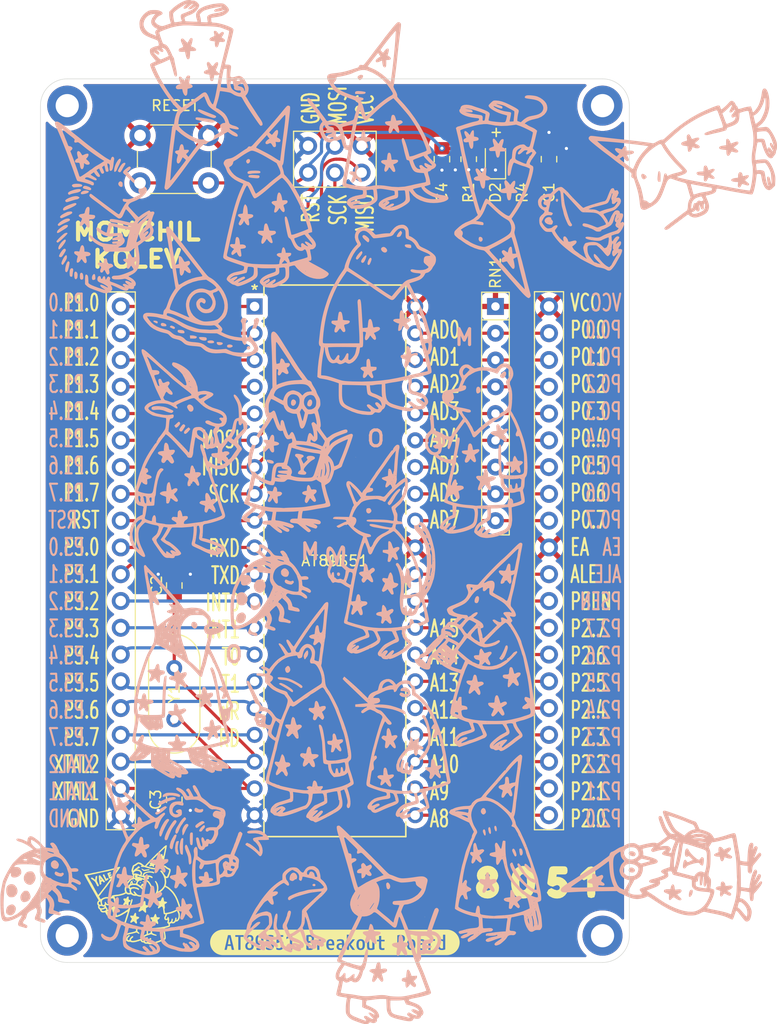
<source format=kicad_pcb>
(kicad_pcb (version 20241229) (generator "pcbnew") (generator_version "9.0")
  (layers (0 "F.Cu" signal) (2 "B.Cu" signal) (13 "F.Paste" user) (15 "B.Paste" user) (5 "F.SilkS" user "F.Silkscreen") (7 "B.SilkS" user "B.Silkscreen") (1 "F.Mask" user) (3 "B.Mask" user) (25 "Edge.Cuts" user))
  (net 0 "")
  (net 1 "GND")
  (net 2 "+5V")
  (net 3 "/XTAL2")
  (net 4 "/XTAL1")
  (net 5 "/(INT0)P3.2")
  (net 6 "/P1.1")
  (net 7 "/(INT1)P3.3")
  (net 8 "/(SCK)P1.7")
  (net 9 "/P1.4")
  (net 10 "/(MISO)P1.6")
  (net 11 "/P1.3")
  (net 12 "/P1.2")
  (net 13 "/RST")
  (net 14 "/(T1)P3.5")
  (net 15 "/(RXD)P3.0")
  (net 16 "/(TXD)P3.1")
  (net 17 "/P1.0")
  (net 18 "/(T0)P3.4")
  (net 19 "/(WR)P3.6")
  (net 20 "/(RD)P3.7")
  (net 21 "/(MOSI)P1.5")
  (net 22 "/P2.3(A11)")
  (net 23 "/P0.2(AD2)")
  (net 24 "/P0.7(AD7)")
  (net 25 "/P0.3(AD3)")
  (net 26 "/P0.4(AD4)")
  (net 27 "/P2.5(A13)")
  (net 28 "/P2.7(A15)")
  (net 29 "/P0.6(AD6)")
  (net 30 "/P2.1(A9)")
  (net 31 "/P2.0(A8)")
  (net 32 "/P0.5(AD5)")
  (net 33 "/P0.1(AD1)")
  (net 34 "/P2.6(A14)")
  (net 35 "/PSEN")
  (net 36 "/P2.4(A12)")
  (net 37 "/P2.2(A10)")
  (net 38 "/ALE{slash}PROG")
  (net 39 "/P0.0(AD0)")
  (net 40 "/LED")
  (footprint "Connector_PinHeader_2.54mm:PinHeader_2x03_P2.54mm_Vertical" (layer "F.Cu") (at 114.3 57.15 -90)
    (property "Reference" "J3" (hide yes))
    (property "Value" "Conn_02x03_Counter_Clockwise")
    (pad "1" thru_hole circle (at 2.54 5.08 270) (size 1.7 1.7) (drill 1) (layers "*.Cu" "*.Mask") (net 13 "/RST"))
    (pad "2" thru_hole circle (at 2.54 2.54 270) (size 1.7 1.7) (drill 1) (layers "*.Cu" "*.Mask") (net 8 "/(SCK)P1.7"))
    (pad "3" thru_hole circle (at 2.54 0 270) (size 1.7 1.7) (drill 1) (layers "*.Cu" "*.Mask") (net 10 "/(MISO)P1.6"))
    (pad "4" thru_hole circle (at 0 0 270) (size 1.7 1.7) (drill 1) (layers "*.Cu" "*.Mask") (net 2 "+5V"))
    (pad "5" thru_hole circle (at 0 2.54 270) (size 1.7 1.7) (drill 1) (layers "*.Cu" "*.Mask") (net 21 "/(MOSI)P1.5"))
    (pad "6" thru_hole circle (at 0 5.08 270) (size 1.7 1.7) (drill 1) (layers "*.Cu" "*.Mask") (net 1 "GND"))
  )
  (footprint "Resistor_SMD:R_0805_2012Metric_Pad1.20x1.40mm_HandSolder" (layer "F.Cu") (at 124.46 58.42 90)
    (property "Reference" "R1" (at -3.175 0 90) (layer "F.SilkS"))
    (property "Value" "10k")
    (pad "1" smd roundrect (at -1 0 90) (size 1.2 1.4) (layers "F.Cu" "F.Mask" "F.Paste") (roundrect_rratio 0.208333) (net 1 "GND"))
    (pad "2" smd roundrect (at 1 0 90) (size 1.2 1.4) (layers "F.Cu" "F.Mask" "F.Paste") (roundrect_rratio 0.208333) (net 13 "/RST"))
  )
  (footprint "Crystal:Crystal_HC49-4H_Vertical" (layer "F.Cu") (at 96.52 106.68 -90)
    (property "Reference" "Y1" (at 2.44 0 270) (layer "F.SilkS"))
    (property "Value" "ABL-11.0592MHZ-B1U-T")
    (pad "1" thru_hole circle (at 0 0 270) (size 1.5 1.5) (drill 0.8) (layers "*.Cu" "*.Mask") (net 3 "/XTAL2"))
    (pad "2" thru_hole circle (at 4.88 0 270) (size 1.5 1.5) (drill 0.8) (layers "*.Cu" "*.Mask") (net 4 "/XTAL1"))
  )
  (footprint "MountingHole:MountingHole_2.2mm_M2_DIN965_Pad" (layer "F.Cu") (at 137.16 53.34)
    (property "Reference" "H2" (hide yes))
    (property "Value" "MountingHole")
    (pad "1" thru_hole circle (at 0 0) (size 3.8 3.8) (drill 2.2) (layers "*.Cu" "*.Mask"))
  )
  (footprint "Resistor_THT:R_Array_SIP9" (layer "F.Cu") (at 127 72.39 -90)
    (property "Reference" "RN1" (at -3.175 0 270) (layer "F.SilkS"))
    (property "Value" "R_Network08_US")
    (pad "1" thru_hole rect (at 0 0 270) (size 1.6 1.6) (drill 0.8) (layers "*.Cu" "*.Mask") (net 2 "+5V"))
    (pad "2" thru_hole circle (at 2.54 0 270) (size 1.6 1.6) (drill 0.8) (layers "*.Cu" "*.Mask") (net 39 "/P0.0(AD0)"))
    (pad "3" thru_hole circle (at 5.08 0 270) (size 1.6 1.6) (drill 0.8) (layers "*.Cu" "*.Mask") (net 33 "/P0.1(AD1)"))
    (pad "4" thru_hole circle (at 7.62 0 270) (size 1.6 1.6) (drill 0.8) (layers "*.Cu" "*.Mask") (net 23 "/P0.2(AD2)"))
    (pad "5" thru_hole circle (at 10.16 0 270) (size 1.6 1.6) (drill 0.8) (layers "*.Cu" "*.Mask") (net 25 "/P0.3(AD3)"))
    (pad "6" thru_hole circle (at 12.7 0 270) (size 1.6 1.6) (drill 0.8) (layers "*.Cu" "*.Mask") (net 26 "/P0.4(AD4)"))
    (pad "7" thru_hole circle (at 15.24 0 270) (size 1.6 1.6) (drill 0.8) (layers "*.Cu" "*.Mask") (net 32 "/P0.5(AD5)"))
    (pad "8" thru_hole circle (at 17.78 0 270) (size 1.6 1.6) (drill 0.8) (layers "*.Cu" "*.Mask") (net 29 "/P0.6(AD6)"))
    (pad "9" thru_hole circle (at 20.32 0 270) (size 1.6 1.6) (drill 0.8) (layers "*.Cu" "*.Mask") (net 24 "/P0.7(AD7)"))
  )
  (footprint "Connector_PinHeader_2.54mm:PinHeader_1x20_P2.54mm_Vertical" (layer "F.Cu") (at 132.08 72.39)
    (property "Reference" "J2" (hide yes))
    (property "Value" "Conn_01x20")
    (pad "1" thru_hole circle (at 0 0) (size 1.7 1.7) (drill 1) (layers "*.Cu" "*.Mask") (net 2 "+5V"))
    (pad "2" thru_hole circle (at 0 2.54) (size 1.7 1.7) (drill 1) (layers "*.Cu" "*.Mask") (net 39 "/P0.0(AD0)"))
    (pad "3" thru_hole circle (at 0 5.08) (size 1.7 1.7) (drill 1) (layers "*.Cu" "*.Mask") (net 33 "/P0.1(AD1)"))
    (pad "4" thru_hole circle (at 0 7.62) (size 1.7 1.7) (drill 1) (layers "*.Cu" "*.Mask") (net 23 "/P0.2(AD2)"))
    (pad "5" thru_hole circle (at 0 10.16) (size 1.7 1.7) (drill 1) (layers "*.Cu" "*.Mask") (net 25 "/P0.3(AD3)"))
    (pad "6" thru_hole circle (at 0 12.7) (size 1.7 1.7) (drill 1) (layers "*.Cu" "*.Mask") (net 26 "/P0.4(AD4)"))
    (pad "7" thru_hole circle (at 0 15.24) (size 1.7 1.7) (drill 1) (layers "*.Cu" "*.Mask") (net 32 "/P0.5(AD5)"))
    (pad "8" thru_hole circle (at 0 17.78) (size 1.7 1.7) (drill 1) (layers "*.Cu" "*.Mask") (net 29 "/P0.6(AD6)"))
    (pad "9" thru_hole circle (at 0 20.32) (size 1.7 1.7) (drill 1) (layers "*.Cu" "*.Mask") (net 24 "/P0.7(AD7)"))
    (pad "10" thru_hole circle (at 0 22.86) (size 1.7 1.7) (drill 1) (layers "*.Cu" "*.Mask") (net 2 "+5V"))
    (pad "11" thru_hole circle (at 0 25.4) (size 1.7 1.7) (drill 1) (layers "*.Cu" "*.Mask") (net 38 "/ALE{slash}PROG"))
    (pad "12" thru_hole circle (at 0 27.94) (size 1.7 1.7) (drill 1) (layers "*.Cu" "*.Mask") (net 35 "/PSEN"))
    (pad "13" thru_hole circle (at 0 30.48) (size 1.7 1.7) (drill 1) (layers "*.Cu" "*.Mask") (net 28 "/P2.7(A15)"))
    (pad "14" thru_hole circle (at 0 33.02) (size 1.7 1.7) (drill 1) (layers "*.Cu" "*.Mask") (net 34 "/P2.6(A14)"))
    (pad "15" thru_hole circle (at 0 35.56) (size 1.7 1.7) (drill 1) (layers "*.Cu" "*.Mask") (net 27 "/P2.5(A13)"))
    (pad "16" thru_hole circle (at 0 38.1) (size 1.7 1.7) (drill 1) (layers "*.Cu" "*.Mask") (net 36 "/P2.4(A12)"))
    (pad "17" thru_hole circle (at 0 40.64) (size 1.7 1.7) (drill 1) (layers "*.Cu" "*.Mask") (net 22 "/P2.3(A11)"))
    (pad "18" thru_hole circle (at 0 43.18) (size 1.7 1.7) (drill 1) (layers "*.Cu" "*.Mask") (net 37 "/P2.2(A10)"))
    (pad "19" thru_hole circle (at 0 45.72) (size 1.7 1.7) (drill 1) (layers "*.Cu" "*.Mask") (net 30 "/P2.1(A9)"))
    (pad "20" thru_hole circle (at 0 48.26) (size 1.7 1.7) (drill 1) (layers "*.Cu" "*.Mask") (net 31 "/P2.0(A8)"))
  )
  (footprint "MountingHole:MountingHole_2.2mm_M2_DIN965_Pad" (layer "F.Cu") (at 86.36 132.08)
    (property "Reference" "H3" (hide yes))
    (property "Value" "MountingHole")
    (pad "1" thru_hole circle (at 0 0) (size 3.8 3.8) (drill 2.2) (layers "*.Cu" "*.Mask"))
  )
  (footprint "MountingHole:MountingHole_2.2mm_M2_DIN965_Pad" (layer "F.Cu") (at 137.16 132.08)
    (property "Reference" "H4" (hide yes))
    (property "Value" "MountingHole")
    (pad "1" thru_hole circle (at 0 0) (size 3.8 3.8) (drill 2.2) (layers "*.Cu" "*.Mask"))
  )
  (footprint "kibuzzard-68D5FACE" (layer "F.Cu") (at 130.81 127)
    (property "Reference" "kibuzzard-68D5FACE" (hide yes))
    (property "Value" "G***" (hide yes))
  )
  (footprint "Capacitor_SMD:C_0805_2012Metric_Pad1.18x1.45mm_HandSolder" (layer "F.Cu") (at 121.92 58.42 -90)
    (property "Reference" "C4" (at 3.175 0 90) (layer "F.SilkS"))
    (property "Value" "10u")
    (pad "1" smd roundrect (at -1.0375 0 270) (size 1.175 1.45) (layers "F.Cu" "F.Mask" "F.Paste") (roundrect_rratio 0.212766) (net 13 "/RST"))
    (pad "2" smd roundrect (at 1.0375 0 270) (size 1.175 1.45) (layers "F.Cu" "F.Mask" "F.Paste") (roundrect_rratio 0.212766) (net 1 "GND"))
  )
  (footprint "Capacitor_SMD:C_0805_2012Metric_Pad1.18x1.45mm_HandSolder" (layer "F.Cu") (at 132.08 58.42 90)
    (property "Reference" "C1" (at -3.175 0 90) (layer "F.SilkS"))
    (property "Value" "0.1uF")
    (pad "1" smd roundrect (at -1.0375 0 90) (size 1.175 1.45) (layers "F.Cu" "F.Mask" "F.Paste") (roundrect_rratio 0.212766) (net 2 "+5V"))
    (pad "2" smd roundrect (at 1.0375 0 90) (size 1.175 1.45) (layers "F.Cu" "F.Mask" "F.Paste") (roundrect_rratio 0.212766) (net 1 "GND"))
  )
  (footprint "LED_SMD:LED_0805_2012Metric_Pad1.15x1.40mm_HandSolder" (layer "F.Cu") (at 127 58.42 90)
    (property "Reference" "D2" (at -3.175 0 90) (layer "F.SilkS"))
    (property "Value" "LED")
    (pad "1" smd roundrect (at -1.025 0 90) (size 1.15 1.4) (layers "F.Cu" "F.Mask" "F.Paste") (roundrect_rratio 0.217391) (net 1 "GND"))
    (pad "2" smd roundrect (at 1.025 0 90) (size 1.15 1.4) (layers "F.Cu" "F.Mask" "F.Paste") (roundrect_rratio 0.217391) (net 40 "/LED"))
  )
  (footprint "kibuzzard-68D5B3C4" (layer "F.Cu") (at 111.76 132.715)
    (property "Reference" "kibuzzard-68D5B3C4" (hide yes))
    (property "Value" "G***" (hide yes))
  )
  (footprint "LOGO" (layer "F.Cu") (at 92.71 128.27)
    (property "Reference" "G***" (hide yes))
    (property "Value" "LOGO" (hide yes))
  )
  (footprint "MountingHole:MountingHole_2.2mm_M2_DIN965_Pad" (layer "F.Cu") (at 86.36 53.34)
    (property "Reference" "H1" (hide yes))
    (property "Value" "MountingHole")
    (pad "1" thru_hole circle (at 0 0) (size 3.8 3.8) (drill 2.2) (layers "*.Cu" "*.Mask"))
  )
  (footprint "Connector_PinHeader_2.54mm:PinHeader_1x20_P2.54mm_Vertical" (layer "F.Cu") (at 91.44 72.39)
    (property "Reference" "J1" (hide yes))
    (property "Value" "Conn_01x20")
    (pad "1" thru_hole circle (at 0 0) (size 1.7 1.7) (drill 1) (layers "*.Cu" "*.Mask") (net 17 "/P1.0"))
    (pad "2" thru_hole circle (at 0 2.54) (size 1.7 1.7) (drill 1) (layers "*.Cu" "*.Mask") (net 6 "/P1.1"))
    (pad "3" thru_hole circle (at 0 5.08) (size 1.7 1.7) (drill 1) (layers "*.Cu" "*.Mask") (net 12 "/P1.2"))
    (pad "4" thru_hole circle (at 0 7.62) (size 1.7 1.7) (drill 1) (layers "*.Cu" "*.Mask") (net 11 "/P1.3"))
    (pad "5" thru_hole circle (at 0 10.16) (size 1.7 1.7) (drill 1) (layers "*.Cu" "*.Mask") (net 9 "/P1.4"))
    (pad "6" thru_hole circle (at 0 12.7) (size 1.7 1.7) (drill 1) (layers "*.Cu" "*.Mask") (net 21 "/(MOSI)P1.5"))
    (pad "7" thru_hole circle (at 0 15.24) (size 1.7 1.7) (drill 1) (layers "*.Cu" "*.Mask") (net 10 "/(MISO)P1.6"))
    (pad "8" thru_hole circle (at 0 17.78) (size 1.7 1.7) (drill 1) (layers "*.Cu" "*.Mask") (net 8 "/(SCK)P1.7"))
    (pad "9" thru_hole circle (at 0 20.32) (size 1.7 1.7) (drill 1) (layers "*.Cu" "*.Mask") (net 13 "/RST"))
    (pad "10" thru_hole circle (at 0 22.86) (size 1.7 1.7) (drill 1) (layers "*.Cu" "*.Mask") (net 15 "/(RXD)P3.0"))
    (pad "11" thru_hole circle (at 0 25.4) (size 1.7 1.7) (drill 1) (layers "*.Cu" "*.Mask") (net 16 "/(TXD)P3.1"))
    (pad "12" thru_hole circle (at 0 27.94) (size 1.7 1.7) (drill 1) (layers "*.Cu" "*.Mask") (net 5 "/(INT0)P3.2"))
    (pad "13" thru_hole circle (at 0 30.48) (size 1.7 1.7) (drill 1) (layers "*.Cu" "*.Mask") (net 7 "/(INT1)P3.3"))
    (pad "14" thru_hole circle (at 0 33.02) (size 1.7 1.7) (drill 1) (layers "*.Cu" "*.Mask") (net 18 "/(T0)P3.4"))
    (pad "15" thru_hole circle (at 0 35.56) (size 1.7 1.7) (drill 1) (layers "*.Cu" "*.Mask") (net 14 "/(T1)P3.5"))
    (pad "16" thru_hole circle (at 0 38.1) (size 1.7 1.7) (drill 1) (layers "*.Cu" "*.Mask") (net 19 "/(WR)P3.6"))
    (pad "17" thru_hole circle (at 0 40.64) (size 1.7 1.7) (drill 1) (layers "*.Cu" "*.Mask") (net 20 "/(RD)P3.7"))
    (pad "18" thru_hole circle (at 0 43.18) (size 1.7 1.7) (drill 1) (layers "*.Cu" "*.Mask") (net 3 "/XTAL2"))
    (pad "19" thru_hole circle (at 0 45.72) (size 1.7 1.7) (drill 1) (layers "*.Cu" "*.Mask") (net 4 "/XTAL1"))
    (pad "20" thru_hole circle (at 0 48.26) (size 1.7 1.7) (drill 1) (layers "*.Cu" "*.Mask") (net 1 "GND"))
  )
  (footprint "Capacitor_SMD:C_0805_2012Metric_Pad1.18x1.45mm_HandSolder" (layer "F.Cu") (at 96.52 119.18 -90)
    (property "Reference" "C3" (at 0 1.7526 90) (layer "F.SilkS"))
    (property "Value" "30pF")
    (pad "1" smd roundrect (at -1.0375 0 270) (size 1.175 1.45) (layers "F.Cu" "F.Mask" "F.Paste") (roundrect_rratio 0.212766) (net 4 "/XTAL1"))
    (pad "2" smd roundrect (at 1.0375 0 270) (size 1.175 1.45) (layers "F.Cu" "F.Mask" "F.Paste") (roundrect_rratio 0.212766) (net 1 "GND"))
  )
  (footprint "Button_Switch_THT:SW_PUSH_6mm_H7.3mm" (layer "F.Cu") (at 93.27 56.17)
    (property "Reference" "SW1" (hide yes))
    (property "Value" "SW_Push_Dual")
    (pad "1" thru_hole circle (at 0 0 90) (size 2 2) (drill 1.1) (layers "*.Cu" "*.Mask") (net 2 "+5V"))
    (pad "1" thru_hole circle (at 6.5 0 90) (size 2 2) (drill 1.1) (layers "*.Cu" "*.Mask") (net 2 "+5V"))
    (pad "2" thru_hole circle (at 0 4.5 90) (size 2 2) (drill 1.1) (layers "*.Cu" "*.Mask") (net 13 "/RST"))
    (pad "2" thru_hole circle (at 6.5 4.5 90) (size 2 2) (drill 1.1) (layers "*.Cu" "*.Mask") (net 13 "/RST"))
  )
  (footprint "Resistor_SMD:R_0805_2012Metric_Pad1.20x1.40mm_HandSolder" (layer "F.Cu") (at 129.54 58.42 90)
    (property "Reference" "R4" (at -3.175 0 90) (layer "F.SilkS"))
    (property "Value" "220")
    (pad "1" smd roundrect (at -1 0 90) (size 1.2 1.4) (layers "F.Cu" "F.Mask" "F.Paste") (roundrect_rratio 0.208333) (net 2 "+5V"))
    (pad "2" smd roundrect (at 1 0 90) (size 1.2 1.4) (layers "F.Cu" "F.Mask" "F.Paste") (roundrect_rratio 0.208333) (net 40 "/LED"))
  )
  (footprint "imports:40P6_ATM" (layer "F.Cu") (at 104.14 72.39)
    (property "Reference" "U1" (at 7.62 24.13 0) (layer "F.SilkS"))
    (property "Value" "AT89S51-24PU")
    (fp_text user "*" (at 0 -1.524 0) (layer "F.SilkS"))
    (fp_text user "*" (at 0 -1.524 0) (layer "F.SilkS"))
    (pad "1" thru_hole rect (at 0 0) (size 1.524 1.524) (drill 0.9) (layers "*.Cu" "*.Mask") (net 17 "/P1.0"))
    (pad "2" thru_hole circle (at 0 2.54) (size 1.524 1.524) (drill 0.9) (layers "*.Cu" "*.Mask") (net 6 "/P1.1"))
    (pad "3" thru_hole circle (at 0 5.08) (size 1.524 1.524) (drill 0.9) (layers "*.Cu" "*.Mask") (net 12 "/P1.2"))
    (pad "4" thru_hole circle (at 0 7.62) (size 1.524 1.524) (drill 0.9) (layers "*.Cu" "*.Mask") (net 11 "/P1.3"))
    (pad "5" thru_hole circle (at 0 10.16) (size 1.524 1.524) (drill 0.9) (layers "*.Cu" "*.Mask") (net 9 "/P1.4"))
    (pad "6" thru_hole circle (at 0 12.7) (size 1.524 1.524) (drill 0.9) (layers "*.Cu" "*.Mask") (net 21 "/(MOSI)P1.5"))
    (pad "7" thru_hole circle (at 0 15.24) (size 1.524 1.524) (drill 0.9) (layers "*.Cu" "*.Mask") (net 10 "/(MISO)P1.6"))
    (pad "8" thru_hole circle (at 0 17.78) (size 1.524 1.524) (drill 0.9) (layers "*.Cu" "*.Mask") (net 8 "/(SCK)P1.7"))
    (pad "9" thru_hole circle (at 0 20.32) (size 1.524 1.524) (drill 0.9) (layers "*.Cu" "*.Mask") (net 13 "/RST"))
    (pad "10" thru_hole circle (at 0 22.86) (size 1.524 1.524) (drill 0.9) (layers "*.Cu" "*.Mask") (net 15 "/(RXD)P3.0"))
    (pad "11" thru_hole circle (at 0 25.4) (size 1.524 1.524) (drill 0.9) (layers "*.Cu" "*.Mask") (net 16 "/(TXD)P3.1"))
    (pad "12" thru_hole circle (at 0 27.94) (size 1.524 1.524) (drill 0.9) (layers "*.Cu" "*.Mask") (net 5 "/(INT0)P3.2"))
    (pad "13" thru_hole circle (at 0 30.48) (size 1.524 1.524) (drill 0.9) (layers "*.Cu" "*.Mask") (net 7 "/(INT1)P3.3"))
    (pad "14" thru_hole circle (at 0 33.02) (size 1.524 1.524) (drill 0.9) (layers "*.Cu" "*.Mask") (net 18 "/(T0)P3.4"))
    (pad "15" thru_hole circle (at 0 35.56) (size 1.524 1.524) (drill 0.9) (layers "*.Cu" "*.Mask") (net 14 "/(T1)P3.5"))
    (pad "16" thru_hole circle (at 0 38.1) (size 1.524 1.524) (drill 0.9) (layers "*.Cu" "*.Mask") (net 19 "/(WR)P3.6"))
    (pad "17" thru_hole circle (at 0 40.64) (size 1.524 1.524) (drill 0.9) (layers "*.Cu" "*.Mask") (net 20 "/(RD)P3.7"))
    (pad "18" thru_hole circle (at 0 43.18) (size 1.524 1.524) (drill 0.9) (layers "*.Cu" "*.Mask") (net 3 "/XTAL2"))
    (pad "19" thru_hole circle (at 0 45.72) (size 1.524 1.524) (drill 0.9) (layers "*.Cu" "*.Mask") (net 4 "/XTAL1"))
    (pad "20" thru_hole circle (at 0 48.26) (size 1.524 1.524) (drill 0.9) (layers "*.Cu" "*.Mask") (net 1 "GND"))
    (pad "21" thru_hole circle (at 15.24 48.26) (size 1.524 1.524) (drill 0.9) (layers "*.Cu" "*.Mask") (net 31 "/P2.0(A8)"))
    (pad "22" thru_hole circle (at 15.24 45.72) (size 1.524 1.524) (drill 0.9) (layers "*.Cu" "*.Mask") (net 30 "/P2.1(A9)"))
    (pad "23" thru_hole circle (at 15.24 43.18) (size 1.524 1.524) (drill 0.9) (layers "*.Cu" "*.Mask") (net 37 "/P2.2(A10)"))
    (pad "24" thru_hole circle (at 15.24 40.64) (size 1.524 1.524) (drill 0.9) (layers "*.Cu" "*.Mask") (net 22 "/P2.3(A11)"))
    (pad "25" thru_hole circle (at 15.24 38.1) (size 1.524 1.524) (drill 0.9) (layers "*.Cu" "*.Mask") (net 36 "/P2.4(A12)"))
    (pad "26" thru_hole circle (at 15.24 35.56) (size 1.524 1.524) (drill 0.9) (layers "*.Cu" "*.Mask") (net 27 "/P2.5(A13)"))
    (pad "27" thru_hole circle (at 15.24 33.02) (size 1.524 1.524) (drill 0.9) (layers "*.Cu" "*.Mask") (net 34 "/P2.6(A14)"))
    (pad "28" thru_hole circle (at 15.24 30.48) (size 1.524 1.524) (drill 0.9) (layers "*.Cu" "*.Mask") (net 28 "/P2.7(A15)"))
    (pad "29" thru_hole circle (at 15.24 27.94) (size 1.524 1.524) (drill 0.9) (layers "*.Cu" "*.Mask") (net 35 "/PSEN"))
    (pad "30" thru_hole circle (at 15.24 25.4) (size 1.524 1.524) (drill 0.9) (layers "*.Cu" "*.Mask") (net 38 "/ALE{slash}PROG"))
    (pad "31" thru_hole circle (at 15.24 22.86) (size 1.524 1.524) (drill 0.9) (layers "*.Cu" "*.Mask") (net 2 "+5V"))
    (pad "32" thru_hole circle (at 15.24 20.32) (size 1.524 1.524) (drill 0.9) (layers "*.Cu" "*.Mask") (net 24 "/P0.7(AD7)"))
    (pad "33" thru_hole circle (at 15.24 17.78) (size 1.524 1.524) (drill 0.9) (layers "*.Cu" "*.Mask") (net 29 "/P0.6(AD6)"))
    (pad "34" thru_hole circle (at 15.24 15.24) (size 1.524 1.524) (drill 0.9) (layers "*.Cu" "*.Mask") (net 32 "/P0.5(AD5)"))
    (pad "35" thru_hole circle (at 15.24 12.7) (size 1.524 1.524) (drill 0.8128) (layers "*.Cu" "*.Mask") (net 26 "/P0.4(AD4)"))
    (pad "36" thru_hole circle (at 15.24 10.16) (size 1.524 1.524) (drill 0.9) (layers "*.Cu" "*.Mask") (net 25 "/P0.3(AD3)"))
    (pad "37" thru_hole circle (at 15.24 7.62) (size 1.524 1.524) (drill 0.9) (layers "*.Cu" "*.Mask") (net 23 "/P0.2(AD2)"))
    (pad "38" thru_hole circle (at 15.24 5.08) (size 1.524 1.524) (drill 0.9) (layers "*.Cu" "*.Mask") (net 33 "/P0.1(AD1)"))
    (pad "39" thru_hole circle (at 15.24 2.54) (size 1.524 1.524) (drill 0.9) (layers "*.Cu" "*.Mask") (net 39 "/P0.0(AD0)"))
    (pad "40" thru_hole circle (at 15.24 0) (size 1.524 1.524) (drill 0.9) (layers "*.Cu" "*.Mask") (net 2 "+5V"))
  )
  (footprint "Capacitor_SMD:C_0805_2012Metric_Pad1.18x1.45mm_HandSolder" (layer "F.Cu") (at 96.52 98.86 90)
    (property "Reference" "C2" (at 0 -1.68 90) (layer "F.SilkS"))
    (property "Value" "30pF")
    (pad "1" smd roundrect (at -1.0375 0 90) (size 1.175 1.45) (layers "F.Cu" "F.Mask" "F.Paste") (roundrect_rratio 0.212766) (net 3 "/XTAL2"))
    (pad "2" smd roundrect (at 1.0375 0 90) (size 1.175 1.45) (layers "F.Cu" "F.Mask" "F.Paste") (roundrect_rratio 0.212766) (net 1 "GND"))
  )
  (footprint "clipboard:b3f230c9-10c0-4d2b-a50d-c1d3223b5fd3" (layer "B.Cu") (at 91.413467 58.383291 180)
    (property "Reference" "" (at 0 0 0) (layer "B.SilkS") (effects (font (size 1.27 1.27)) (justify mirror)))
    (property "Value" "")
  )
  (footprint "clipboard:b4713e84-af34-4575-aedb-29b788b1340b" (layer "B.Cu") (at 153.038309 61.348481 -90)
    (property "Reference" "" (at 0 0 90) (layer "B.SilkS") (effects (font (size 1.27 1.27)) (justify mirror)))
    (property "Value" "")
  )
  (footprint "clipboard:d386838b-1032-4213-a0d3-9db035365056" (layer "B.Cu") (at 120.094351 139.586281 180)
    (property "Reference" "" (at 0 0 0) (layer "B.SilkS") (effects (font (size 1.27 1.27)) (justify mirror)))
    (property "Value" "")
  )
  (footprint "clipboard:63c00108-0446-4b83-a5cd-419c989de34f" (layer "B.Cu") (at 80.230816 130.596775 180)
    (property "Reference" "" (at 0 0 0) (layer "B.SilkS") (effects (font (size 1.27 1.27)) (justify mirror)))
    (property "Value" "")
  )
  (footprint "clipboard:5b28d9ec-89ab-48fd-9efa-5624283c358b" (layer "B.Cu") (at 124.038179 53.269992)
    (property "Reference" "" (at 0 0 0) (layer "B.SilkS") (effects (font (size 1.27 1.27)) (justify mirror)))
    (property "Value" "")
  )
  (footprint "clipboard:62ec4081-8ac1-45e2-9960-4b9c9dfd804b" (layer "B.Cu") (at 107.611747 77.086161 180)
    (property "Reference" "" (at 0 0 0) (layer "B.SilkS") (effects (font (size 1.27 1.27)) (justify mirror)))
    (property "Value" "")
  )
  (footprint "clipboard:13cca798-ea0b-493d-bdc4-b2d1531b002e" (layer "B.Cu") (at 123.312877 129.637729 180)
    (property "Reference" "" (at 0 0 0) (layer "B.SilkS") (effects (font (size 1.27 1.27)) (justify mirror)))
    (property "Value" "")
  )
  (footprint "clipboard:13b4419b-8654-49d9-8ec1-5027561bad04" (layer "B.Cu") (at 103.016361 77.170149 180)
    (property "Reference" "" (at 0 0 0) (layer "B.SilkS") (effects (font (size 1.27 1.27)) (justify mirror)))
    (property "Value" "")
  )
  (footprint "clipboard:dc2016ff-9d75-4c92-a41a-f960c426ace3" (layer "B.Cu") (at 101.673826 44.136658)
    (property "Reference" "" (at 0 0 0) (layer "B.SilkS") (effects (font (size 1.27 1.27)) (justify mirror)))
    (property "Value" "")
  )
  (footprint "clipboard:b4713e84-af34-4575-aedb-29b788b1340b" (layer "B.Cu") (at 112.895519 62.614309 180)
    (property "Reference" "" (at 0 0 0) (layer "B.SilkS") (effects (font (size 1.27 1.27)) (justify mirror)))
    (property "Value" "")
  )
  (footprint "LOGO" (layer "B.Cu") (at 111.252 105.156 180)
    (property "Reference" "G***" (hide yes))
    (property "Value" "LOGO" (hide yes))
  )
  (footprint "clipboard:a52bedb4-97ff-4e76-972c-cf4dcddbd37b" (layer "B.Cu") (at 104.090745 123.663931 180)
    (property "Reference" "" (at 0 0 0) (layer "B.SilkS") (effects (font (size 1.27 1.27)) (justify mirror)))
    (property "Value" "")
  )
  (footprint "clipboard:67966e1b-97d9-4a56-a0fe-5229392e6668" (layer "B.Cu") (at 121.304185 67.644977 180)
    (property "Reference" "" (at 0 0 0) (layer "B.SilkS") (effects (font (size 1.27 1.27)) (justify mirror)))
    (property "Value" "")
  )
  (footprint "clipboard:aac07f4e-c2d1-4b1e-b003-b98e1c51be95" (layer "B.Cu") (at 107.214748 56.166948 180)
    (property "Reference" "" (at 0 0 0) (layer "B.SilkS") (effects (font (size 1.27 1.27)) (justify mirror)))
    (property "Value" "")
  )
  (footprint "clipboard:3740d66f-e0a3-4d38-9639-7d3d28e194a3" (layer "B.Cu") (at 138.644078 61.456043 -90)
    (property "Reference" "" (at 0 0 90) (layer "B.SilkS") (effects (font (size 1.27 1.27)) (justify mirror)))
    (property "Value" "")
  )
  (footprint "clipboard:62ec4081-8ac1-45e2-9960-4b9c9dfd804b" (layer "B.Cu") (at 135.506161 126.068254 -90)
    (property "Reference" "" (at 0 0 90) (layer "B.SilkS") (effects (font (size 1.27 1.27)) (justify mirror)))
    (property "Value" "")
  )
  (gr_line (start 86.36 50.8) (end 137.16 50.8) (stroke (width 0.05)) (layer "Edge.Cuts"))
  (gr_line (start 83.82 132.08) (end 83.82 53.34) (stroke (width 0.05)) (layer "Edge.Cuts"))
  (gr_arc (start 86.36 134.62) (mid 84.563949 133.876051) (end 83.82 132.08) (stroke (width 0.05)) (layer "Edge.Cuts"))
  (gr_arc (start 139.7 132.08) (mid 138.956051 133.876051) (end 137.16 134.62) (stroke (width 0.05)) (layer "Edge.Cuts"))
  (gr_line (start 86.36 134.62) (end 137.16 134.62) (stroke (width 0.05)) (layer "Edge.Cuts"))
  (gr_line (start 139.7 53.34) (end 139.7 132.08) (stroke (width 0.05)) (layer "Edge.Cuts"))
  (gr_arc (start 137.16 50.8) (mid 138.956051 51.543949) (end 139.7 53.34) (stroke (width 0.05)) (layer "Edge.Cuts"))
  (gr_arc (start 83.82 53.34) (mid 84.563949 51.543949) (end 86.36 50.8) (stroke (width 0.05)) (layer "Edge.Cuts"))
  (gr_text " \n \n \n \n \nMOSI\nMISO\nSCK\n\nRXD\nTXD\nINT0\nINT1\nT0\nT1\nWR\nRD" (at 102.87 114.3 0) (layer "F.SilkS") (effects (font (size 1.6 1) (thickness 0.2) (bold yes)) (justify right bottom)))
  (gr_text "MOMCHIL\nKOLEV" (at 92.964 68.834 0) (layer "F.SilkS") (effects (font (size 1.6 1.8) (thickness 0.4) (bold yes)) (justify bottom)))
  (gr_text "RST\nSCK\nMISO" (at 115.57 61.595 90) (layer "F.SilkS") (effects (font (size 1.6 1) (thickness 0.2) (bold yes)) (justify right bottom)))
  (gr_text "+" (at 127 55.88 90) (layer "F.SilkS") (effects (font (size 1 1))))
  (gr_text "AT89S51" (at 111.76 96.52 0) (layer "F.SilkS") (effects (font (size 1 1))))
  (gr_text "\nAD0\nAD1\nAD2\nAD3\nAD4\nAD5\nAD6\nAD7\n\n\n\nA15\nA14\nA13\nA12\nA11\nA10\nA9\nA8" (at 120.65 121.92 0) (layer "F.SilkS") (effects (font (size 1.6 1) (thickness 0.2) (bold yes)) (justify left bottom)))
  (gr_text "P1.0\nP1.1\nP1.2\nP1.3\nP1.4\nP1.5\nP1.6\nP1.7\nRST\nP3.0\nP3.1\nP3.2\nP3.3\nP3.4\nP3.5\nP3.6\nP3.7\nXTAL2\nXTAL1\nGND" (at 89.535 121.92 0) (layer "F.SilkS") (effects (font (size 1.6 1) (thickness 0.2) (bold yes)) (justify right bottom)))
  (gr_text "VCC\nP0.0\nP0.1\nP0.2\nP0.3\nP0.4\nP0.5\nP0.6\nP0.7\nEA\nALE\nPSEN\nP2.7\nP2.6\nP2.5\nP2.4\nP2.3\nP2.2\nP2.1\nP2.0" (at 133.985 121.92 0) (layer "F.SilkS") (effects (font (size 1.6 1) (thickness 0.2) (bold yes)) (justify left bottom)))
  (gr_text "RESET" (at 96.595 53.34 0) (layer "F.SilkS") (effects (font (size 1 1))))
  (gr_text "GND\nMOSI\nVCC" (at 115.57 55.245 90) (layer "F.SilkS") (effects (font (size 1.6 1) (thickness 0.2) (bold yes)) (justify left bottom)))
  (gr_text "M" (at 122.9868 76.2 0) (layer "B.SilkS") (effects (font (size 1.5 1.5) (thickness 0.3) (bold yes)) (justify left bottom)))
  (gr_text "O" (at 101.1936 106.2736 0) (layer "B.SilkS") (effects (font (size 1.5 1.5) (thickness 0.3) (bold yes)) (justify left bottom)))
  (gr_text "O" (at 114.6556 85.8012 0) (layer "B.SilkS") (effects (font (size 1.5 1.5) (thickness 0.3) (bold yes)) (justify left bottom)))
  (gr_text "P1.0\nP1.1\nP1.2\nP1.3\nP1.4\nP1.5\nP1.6\nP1.7\nRST\nP3.0\nP3.1\nP3.2\nP3.3\nP3.4\nP3.5\nP3.6\nP3.7\nXTAL2\nXTAL1\nGND" (at 84.455 121.92 0) (layer "B.SilkS") (effects (font (size 1.6 1) (thickness 0.2) (bold yes)) (justify right bottom mirror)))
  (gr_text "M" (at 108.3564 96.515 0) (layer "B.SilkS") (effects (font (size 1.5 1.5) (thickness 0.3) (bold yes)) (justify left bottom)))
  (gr_text "VCC\nP0.0\nP0.1\nP0.2\nP0.3\nP0.4\nP0.5\nP0.6\nP0.7\nEA\nALE\nPSEN\nP2.7\nP2.6\nP2.5\nP2.4\nP2.3\nP2.2\nP2.1\nP2.0" (at 139.065 121.92 0) (layer "B.SilkS") (effects (font (size 1.6 1) (thickness 0.2) (bold yes)) (justify left bottom mirror)))
  (segment (start 121.92 59.4575) (end 126.978661 59.4575) (width 0.8) (layer "F.Cu") (net 1))
  (segment (start 132.08 57.3825) (end 133.7095 57.3825) (width 0.8) (layer "F.Cu") (net 1))
  (segment (start 98.044 97.79) (end 94.996 97.79) (width 0.8) (layer "F.Cu") (net 1))
  (segment (start 133.7095 57.3825) (end 133.731 57.404) (width 0.8) (layer "F.Cu") (net 1))
  (segment (start 132.08 55.88) (end 132.08 57.3825) (width 0.8) (layer "F.Cu") (net 1))
  (segment (start 94.996 120.1928) (end 98.044 120.1928) (width 0.8) (layer "F.Cu") (net 1))
  (segment (start 127 59.445) (end 126.99375 59.45125) (width 0.8) (layer "F.Cu") (net 1))
  (via (at 125.73 59.436) (size 0.6) (drill 0.3) (layers "F.Cu" "B.Cu") (net 1))
  (via (at 94.996 120.1928) (size 0.6) (drill 0.3) (layers "F.Cu" "B.Cu") (net 1))
  (via (at 123.19 59.436) (size 0.6) (drill 0.3) (layers "F.Cu" "B.Cu") (net 1))
  (via (at 121.92 59.4575) (size 0.6) (drill 0.3) (layers "F.Cu" "B.Cu") (net 1))
  (via (at 133.731 57.404) (size 0.6) (drill 0.3) (layers "F.Cu" "B.Cu") (net 1))
  (via (at 94.996 97.79) (size 0.6) (drill 0.3) (layers "F.Cu" "B.Cu") (net 1))
  (via (at 132.08 55.88) (size 0.6) (drill 0.3) (layers "F.Cu" "B.Cu") (net 1))
  (via (at 98.044 97.79) (size 0.6) (drill 0.3) (layers "F.Cu" "B.Cu") (net 1))
  (via (at 127 59.445) (size 0.6) (drill 0.3) (layers "F.Cu" "B.Cu") (net 1))
  (via (at 98.044 120.1928) (size 0.6) (drill 0.3) (layers "F.Cu" "B.Cu") (net 1))
  (via (at 124.46 59.42) (size 0.6) (drill 0.3) (layers "F.Cu" "B.Cu") (net 1))
  (arc (start 126.99375 59.45125) (mid 126.986827 59.455875) (end 126.978661 59.4575) (width 0.8) (layer "F.Cu") (net 1))
  (segment (start 96.856759 107.651758) (end 103.915495 114.71049) (width 0.3) (layer "F.Cu") (net 3))
  (segment (start 96.52 106.362499) (end 96.52 106.838749) (width 0.3) (layer "F.Cu") (net 3))
  (segment (start 96.52 105.41) (end 96.52 106.362499) (width 0.3) (layer "F.Cu") (net 3))
  (segment (start 104.140001 115.252499) (end 104.14 115.57) (width 0.3) (layer "F.Cu") (net 3))
  (segment (start 96.52 105.41) (end 96.52 99.8975) (width 0.3) (layer "F.Cu") (net 3))
  (arc (start 104.140001 115.252499) (mid 104.081654 114.959166) (end 103.915495 114.71049) (width 0.3) (layer "F.Cu") (net 3))
  (arc (start 96.856759 107.651758) (mid 96.60752 107.278746) (end 96.52 106.838749) (width 0.3) (layer "F.Cu") (net 3))
  (segment (start 91.44 115.57) (end 104.14 115.57) (width 0.3) (layer "B.Cu") (net 3))
  (segment (start 103.886 118.11) (end 91.44 118.11) (width 0.3) (layer "F.Cu") (net 4))
  (segment (start 103.758999 118.110001) (end 103.886 118.11) (width 0.3) (layer "F.Cu") (net 4))
  (segment (start 103.542196 118.0202) (end 97.280695 111.758698) (width 0.3) (layer "F.Cu") (net 4))
  (segment (start 103.886 118.11) (end 103.886 118.11) (width 0.3) (layer "F.Cu") (net 4))
  (segment (start 96.800999 111.560001) (end 96.52 111.56) (width 0.3) (layer "F.Cu") (net 4))
  (segment (start 103.886 118.11) (end 103.886 118.11) (width 0.3) (layer "F.Cu") (net 4))
  (arc (start 103.542196 118.0202) (mid 103.641666 118.086663) (end 103.758999 118.110001) (width 0.3) (layer "F.Cu") (net 4))
  (arc (start 96.800999 111.560001) (mid 97.060608 111.611641) (end 97.280695 111.758698) (width 0.3) (layer "F.Cu") (net 4))
  (arc (start 103.886 118.11) (mid 103.886 118.11) (end 103.886 118.11) (width 0.3) (layer "F.Cu") (net 4))
  (segment (start 91.44 100.33) (end 104.14 100.33) (width 0.3) (layer "B.Cu") (net 5))
  (segment (start 91.44 74.93) (end 104.14 74.93) (width 0.3) (layer "F.Cu") (net 6))
  (segment (start 91.44 102.87) (end 104.14 102.87) (width 0.3) (layer "B.Cu") (net 7))
  (segment (start 104.14 90.17) (end 91.44 90.17) (width 0.3) (layer "F.Cu") (net 8))
  (segment (start 110.166194 84.143788) (end 104.14 90.17) (width 0.3) (layer "F.Cu") (net 8))
  (segment (start 111.759986 80.296029) (end 111.76 59.69) (width 0.3) (layer "F.Cu") (net 8))
  (arc (start 110.166194 84.143788) (mid 111.345772 82.37842) (end 111.759986 80.296029) (width 0.3) (layer "F.Cu") (net 8))
  (segment (start 91.44 82.55) (end 104.14 82.55) (width 0.3) (layer "F.Cu") (net 9))
  (segment (start 104.14 87.63) (end 91.44 87.63) (width 0.3) (layer "F.Cu") (net 10))
  (segment (start 113.630497 59.020498) (end 114.3 59.69) (width 0.3) (layer "F.Cu") (net 10))
  (segment (start 110.489986 79.026029) (end 110.489999 59.856578) (width 0.3) (layer "F.Cu") (net 10))
  (segment (start 111.926582 58.420005) (end 112.180766 58.420004) (width 0.3) (layer "F.Cu") (net 10))
  (segment (start 108.896194 82.873788) (end 104.14 87.63) (width 0.3) (layer "F.Cu") (net 10))
  (arc (start 110.489999 59.856578) (mid 110.599353 59.306825) (end 110.910766 58.840769) (width 0.3) (layer "F.Cu") (net 10))
  (arc (start 113.630497 59.020498) (mid 112.965354 58.576065) (end 112.180766 58.420004) (width 0.3) (layer "F.Cu") (net 10))
  (arc (start 110.489986 79.026029) (mid 110.075772 81.10842) (end 108.896194 82.873788) (width 0.3) (layer "F.Cu") (net 10))
  (arc (start 111.926582 58.420005) (mid 111.376827 58.529359) (end 110.910766 58.840769) (width 0.3) (layer "F.Cu") (net 10))
  (segment (start 91.44 80.01) (end 104.14 80.01) (width 0.3) (layer "F.Cu") (net 11))
  (segment (start 91.44 77.47) (end 104.14 77.47) (width 0.3) (layer "F.Cu") (net 12))
  (segment (start 121.929375 57.391874) (end 121.90125 57.36375) (width 0.3) (layer "F.Cu") (net 13))
  (segment (start 107.547035 60.67) (end 99.77 60.67) (width 0.3) (layer "F.Cu") (net 13))
  (segment (start 104.14 92.71) (end 91.44 92.71) (width 0.3) (layer "F.Cu") (net 13))
  (segment (start 113.03 81.566036) (end 113.03 68.526463) (width 0.3) (layer "F.Cu") (net 13))
  (segment (start 99.77 60.67) (end 93.27 60.67) (width 0.3) (layer "F.Cu") (net 13))
  (segment (start 121.997274 57.419999) (end 124.46 57.42) (width 0.3) (layer "F.Cu") (net 13))
  (segment (start 121.92 57.3825) (end 114.623792 64.678707) (width 0.3) (layer "F.Cu") (net 13))
  (segment (start 108.73 60.18) (end 109.22 59.69) (width 0.3) (layer "F.Cu") (net 13))
  (segment (start 111.436207 85.413792) (end 104.14 92.71) (width 0.3) (layer "F.Cu") (net 13))
  (via (at 121.92 57.3825) (size 0.6) (drill 0.3) (layers "F.Cu" "B.Cu") (net 13))
  (arc (start 107.547035 60.67) (mid 108.187251 60.542653) (end 108.73 60.18) (width 0.3) (layer "F.Cu") (net 13))
  (arc (start 114.623792 64.678707) (mid 113.444213 66.444072) (end 113.03 68.526463) (width 0.3) (layer "F.Cu") (net 13))
  (arc (start 121.997274 57.419999) (mid 121.960527 57.412689) (end 121.929375 57.391874) (width 0.3) (layer "F.Cu") (net 13))
  (arc (start 113.03 81.566036) (mid 112.615786 83.648426) (end 111.436207 85.413792) (width 0.3) (layer "F.Cu") (net 13))
  (segment (start 119.355072 55.88) (end 111.574012 55.88) (width 0.3) (layer "B.Cu") (net 13))
  (segment (start 109.22 59.3725) (end 109.22 59.69) (width 0.3) (layer "B.Cu") (net 13))
  (segment (start 109.444506 58.830493) (end 110.38645 57.888549) (width 0.3) (layer "B.Cu") (net 13))
  (segment (start 110.49 56.964012) (end 110.49 57.679936) (width 0.3) (layer "B.Cu") (net 13))
  (segment (start 121.16875 56.63125) (end 121.92 57.3825) (width 0.3) (layer "B.Cu") (net 13))
  (arc (start 121.16875 56.63125) (mid 120.336627 56.075243) (end 119.355072 55.88) (width 0.3) (layer "B.Cu") (net 13))
  (arc (start 110.459671 57.793126) (mid 110.426187 57.843237) (end 110.38645 57.888549) (width 0.3) (layer "B.Cu") (net 13))
  (arc (start 110.49 57.679936) (mid 110.482286 57.738527) (end 110.459671 57.793126) (width 0.3) (layer "B.Cu") (net 13))
  (arc (start 111.574012 55.88) (mid 111.159178 55.962515) (end 110.8075 56.1975) (width 0.3) (layer "B.Cu") (net 13))
  (arc (start 110.8075 56.1975) (mid 110.572515 56.549178) (end 110.49 56.964012) (width 0.3) (layer "B.Cu") (net 13))
  (arc (start 109.444506 58.830493) (mid 109.278347 59.079168) (end 109.22 59.3725) (width 0.3) (layer "B.Cu") (net 13))
  (segment (start 91.7575 108.267499) (end 91.44 107.95) (width 0.3) (layer "B.Cu") (net 14))
  (segment (start 103.822499 108.2675) (end 104.14 107.95) (width 0.3) (layer "B.Cu") (net 14))
  (segment (start 103.055985 108.584999) (end 92.524012 108.584999) (width 0.3) (layer "B.Cu") (net 14))
  (arc (start 91.7575 108.267499) (mid 92.109178 108.502483) (end 92.524012 108.584999) (width 0.3) (layer "B.Cu") (net 14))
  (arc (start 103.822499 108.2675) (mid 103.470819 108.502484) (end 103.055985 108.584999) (width 0.3) (layer "B.Cu") (net 14))
  (segment (start 91.44 95.25) (end 104.14 95.25) (width 0.3) (layer "F.Cu") (net 15))
  (segment (start 103.504999 97.155) (end 104.14 97.79) (width 0.3) (layer "F.Cu") (net 16))
  (segment (start 92.074998 97.154995) (end 91.44 97.79) (width 0.3) (layer "F.Cu") (net 16))
  (segment (start 93.608023 96.51999) (end 101.971973 96.519999) (width 0.3) (layer "F.Cu") (net 16))
  (arc (start 103.504999 97.155) (mid 102.80164 96.68503) (end 101.971973 96.519999) (width 0.3) (layer "F.Cu") (net 16))
  (arc (start 93.608023 96.51999) (mid 92.778355 96.685022) (end 92.074998 97.154995) (width 0.3) (layer "F.Cu") (net 16))
  (segment (start 91.44 72.39) (end 104.14 72.39) (width 0.3) (layer "F.Cu") (net 17))
  (segment (start 92.524011 104.774996) (end 103.055985 104.774999) (width 0.3) (layer "B.Cu") (net 18))
  (segment (start 103.822499 105.0925) (end 104.14 105.41) (width 0.3) (layer "B.Cu") (net 18))
  (segment (start 91.757499 105.092498) (end 91.44 105.41) (width 0.3) (layer "B.Cu") (net 18))
  (arc (start 92.524011 104.774996) (mid 92.109177 104.857512) (end 91.757499 105.092498) (width 0.3) (layer "B.Cu") (net 18))
  (arc (start 103.822499 105.0925) (mid 103.470819 104.857515) (end 103.055985 104.774999) (width 0.3) (layer "B.Cu") (net 18))
  (segment (start 103.055985 109.854999) (end 92.524011 109.854996) (width 0.3) (layer "B.Cu") (net 19))
  (segment (start 91.757499 110.172498) (end 91.44 110.49) (width 0.3) (layer "B.Cu") (net 19))
  (segment (start 103.822499 110.1725) (end 104.14 110.49) (width 0.3) (layer "B.Cu") (net 19))
  (arc (start 103.055985 109.854999) (mid 103.470819 109.937515) (end 103.822499 110.1725) (width 0.3) (layer "B.Cu") (net 19))
  (arc (start 91.757499 110.172498) (mid 92.109177 109.937512) (end 92.524011 109.854996) (width 0.3) (layer "B.Cu") (net 19))
  (segment (start 91.44 113.03) (end 104.14 113.03) (width 0.3) (layer "B.Cu") (net 20))
  (segment (start 109.22 62.23) (end 109.219986 77.756028) (width 0.3) (layer "F.Cu") (net 21))
  (segment (start 107.626195 81.603789) (end 104.14 85.09) (width 0.3) (layer "F.Cu") (net 21))
  (segment (start 104.14 85.09) (end 91.44 85.09) (width 0.3) (layer "F.Cu") (net 21))
  (via (at 109.22 62.23) (size 0.6) (drill 0.3) (layers "F.Cu" "B.Cu") (net 21))
  (arc (start 107.626195 81.603789) (mid 108.805772 79.83842) (end 109.219986 77.756028) (width 0.3) (layer "F.Cu") (net 21))
  (segment (start 110.490006 60.061976) (end 110.490004 59.318025) (width 0.3) (layer "B.Cu") (net 21))
  (segment (start 109.22 62.23) (end 109.855005 61.595002) (width 0.3) (layer "B.Cu") (net 21))
  (segment (start 111.125 57.785) (end 111.76 57.15) (width 0.3) (layer "B.Cu") (net 21))
  (arc (start 110.490004 59.318025) (mid 110.655032 58.488357) (end 111.125 57.785) (width 0.3) (layer "B.Cu") (net 21))
  (arc (start 110.490006 60.061976) (mid 110.324976 60.891644) (end 109.855005 61.595002) (width 0.3) (layer "B.Cu") (net 21))
  (segment (start 119.38 113.03) (end 132.08 113.03) (width 0.3) (layer "F.Cu") (net 22))
  (segment (start 119.38 80.01) (end 132.08 80.01) (width 0.3) (layer "F.Cu") (net 23))
  (segment (start 119.38 92.71) (end 132.08 92.71) (width 0.3) (layer "F.Cu") (net 24))
  (segment (start 119.38 82.55) (end 132.08 82.55) (width 0.3) (layer "F.Cu") (net 25))
  (segment (start 119.38 85.09) (end 132.08 85.09) (width 0.3) (layer "F.Cu") (net 26))
  (segment (start 119.38 107.95) (end 132.08 107.95) (width 0.3) (layer "F.Cu") (net 27))
  (segment (start 119.38 102.87) (end 132.08 102.87) (width 0.3) (layer "F.Cu") (net 28))
  (segment (start 119.38 90.17) (end 132.08 90.17) (width 0.3) (layer "F.Cu") (net 29))
  (segment (start 119.38 118.11) (end 132.08 118.11) (width 0.3) (layer "F.Cu") (net 30))
  (segment (start 119.38 120.65) (end 132.08 120.65) (width 0.3) (layer "F.Cu") (net 31))
  (segment (start 119.38 87.63) (end 132.08 87.63) (width 0.3) (layer "F.Cu") (net 32))
  (segment (start 119.38 77.47) (end 132.08 77.47) (width 0.3) (layer "F.Cu") (net 33))
  (segment (start 119.38 105.41) (end 132.08 105.41) (width 0.3) (layer "F.Cu") (net 34))
  (segment (start 119.38 100.33) (end 132.08 100.33) (width 0.3) (layer "F.Cu") (net 35))
  (segment (start 119.38 110.49) (end 132.08 110.49) (width 0.3) (layer "F.Cu") (net 36))
  (segment (start 119.38 115.57) (end 132.08 115.57) (width 0.3) (layer "F.Cu") (net 37))
  (segment (start 119.38 97.79) (end 132.08 97.79) (width 0.3) (layer "F.Cu") (net 38))
  (segment (start 119.38 74.93) (end 132.08 74.93) (width 0.3) (layer "F.Cu") (net 39))
  (segment (start 129.527499 57.4075) (end 129.54 57.42) (width 0.8) (layer "F.Cu") (net 40))
  (segment (start 129.49732 57.395) (end 127 57.395) (width 0.8) (layer "F.Cu") (net 40))
  (arc (start 129.527499 57.4075) (mid 129.513653 57.398248) (end 129.49732 57.395) (width 0.8) (layer "F.Cu") (net 40))
  (zone (net 2) (net_name "+5V") (layer "F.Cu") (connect_pads (clearance 0.5)) (min_thickness 0.25) (fill yes (thermal_gap 0.5) (thermal_bridge_width 0.5))
    (polygon (pts (xy 83.82 50.8) (xy 139.7 50.8) (xy 139.7 134.62) (xy 83.82 134.62)))
  )
  (zone (net 1) (net_name "GND") (layer "B.Cu") (connect_pads (clearance 0.5)) (min_thickness 0.25) (fill yes (thermal_gap 0.5) (thermal_bridge_width 0.5))
    (polygon (pts (xy 83.82 50.8) (xy 139.7 50.8) (xy 139.7 134.62) (xy 83.82 134.62)))
  )
)
</source>
